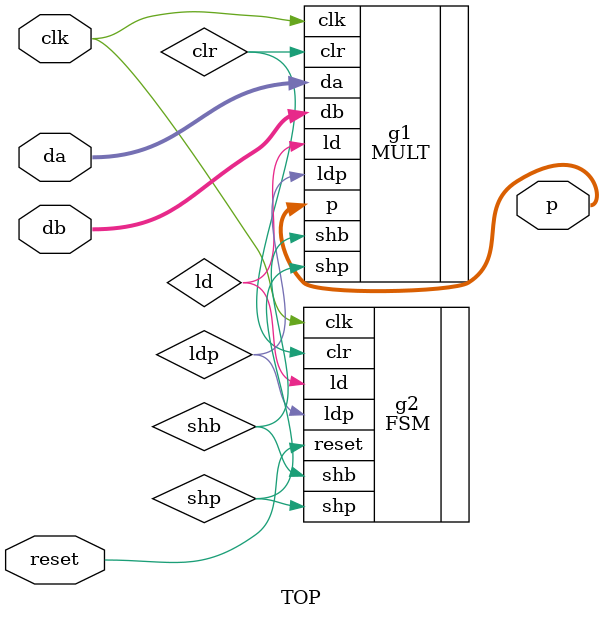
<source format=v>
`timescale 1ns / 1ps


module TOP(reset,clk,db,da,p);
input reset,clk;
input [3:0] db,da;
output[7:0] p;

wire shb,ld,clr,ldp,shp;
MULT g1(.da(da), .db(db), .p(p), .ld(ld), .shb(shb), .clr(clr), .clk(clk), .shp(shp), .ldp(ldp));
FSM  g2(.reset(reset), .clk(clk), .shb(shb), .ld(ld),.clr(clr), .ldp(ldp), .shp(shp));

endmodule

</source>
